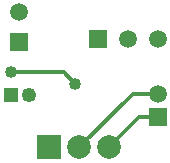
<source format=gbr>
G04 DipTrace 3.2.0.1*
G04 Bottom.gbr*
%MOMM*%
G04 #@! TF.FileFunction,Copper,L2,Bot*
G04 #@! TF.Part,Single*
G04 #@! TA.AperFunction,Conductor*
%ADD14C,0.33*%
G04 #@! TA.AperFunction,ComponentPad*
%ADD15R,1.25X1.25*%
%ADD16C,1.25*%
%ADD17C,1.5*%
%ADD18R,1.5X1.5*%
%ADD19R,2.0X2.0*%
%ADD20C,2.0*%
G04 #@! TA.AperFunction,ViaPad*
%ADD22C,1.016*%
%FSLAX35Y35*%
G04*
G71*
G90*
G75*
G01*
G04 Bottom*
%LPD*%
X1587500Y2454250D2*
D14*
X1374750D1*
X920750Y2000250D1*
X1587500Y2254250D2*
X1428750D1*
X1174750Y2000250D1*
X889000Y2540000D2*
X793750Y2635250D1*
X349250D1*
D22*
D3*
X889000Y2540000D3*
D15*
X349250Y2444750D3*
D16*
X499250D3*
D17*
X412750Y3143250D3*
D18*
Y2889250D3*
X1587500Y2254250D3*
D17*
Y2454250D3*
D19*
X666750Y2000250D3*
D20*
X920750D3*
X1174750D3*
D18*
X1079500Y2921000D3*
D17*
X1333500D3*
X1587500D3*
M02*

</source>
